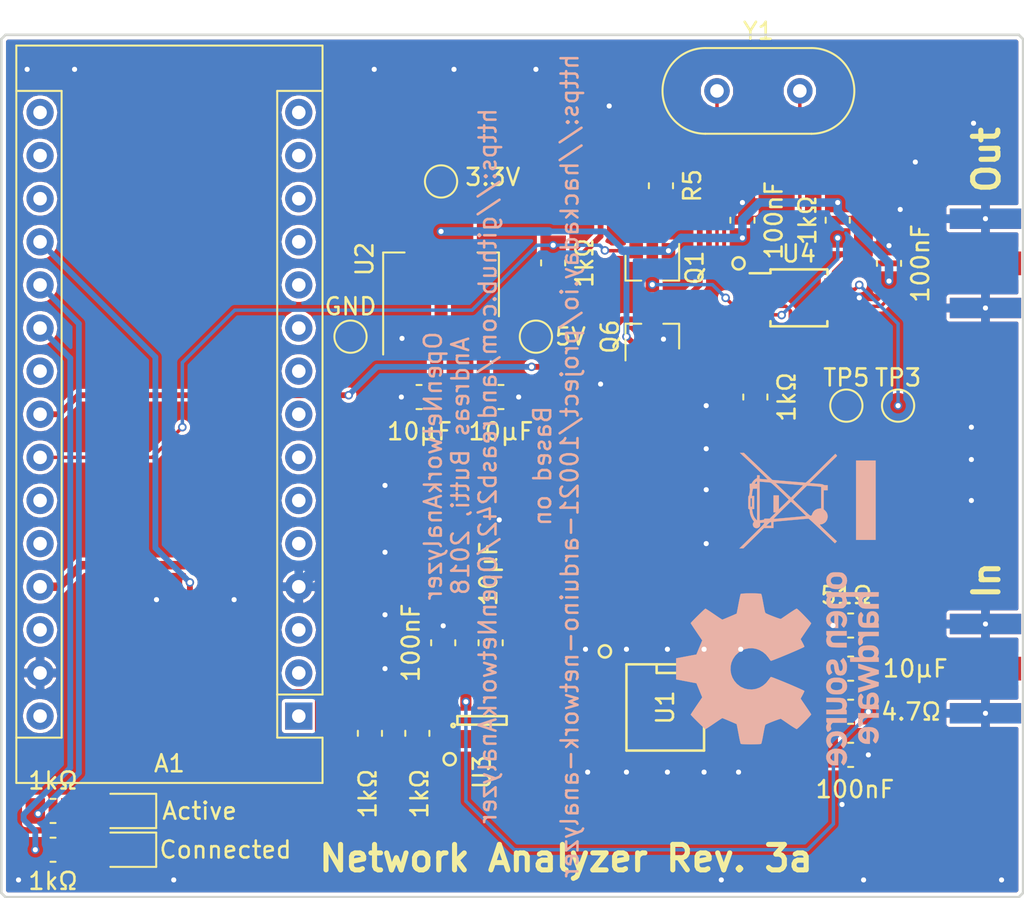
<source format=kicad_pcb>
(kicad_pcb (version 20171130) (host pcbnew 6.0.0-rc1-unknown-0cca1c6~65~ubuntu16.04.1)
  (title_block (title "Arduino Spectrum Analyzer Shield") (date 2015-12-24) (rev 1.0))
  (layers (0 F.Cu signal) (31 B.Cu signal) (34 B.Paste user) (35 F.Paste user) (36 B.SilkS user) (37 F.SilkS user) (38 B.Mask user) (39 F.Mask user) (44 Edge.Cuts user))
  (net 0 "")
  (net 1 GND)
  (net 2 "Net-(C2-Pad2)")
  (net 3 /Input)
  (net 4 "Net-(C4-Pad2)")
  (net 5 "Net-(C5-Pad1)")
  (net 6 /A0)
  (net 7 /Vmag)
  (net 8 "Net-(R11-Pad2)")
  (net 9 +5V)
  (net 10 /3.3V_cust)
  (net 11 "Net-(TP5-Pad1)")
  (net 12 "Net-(U4-Pad2)")
  (net 13 "Net-(U4-Pad3)")
  (net 14 "Net-(Q1-Pad3)")
  (net 15 /SDA)
  (net 16 /SCL)
  (net 17 "Net-(Q6-Pad2)")
  (net 18 "Net-(J2-Pad1)")
  (net 19 "Net-(TP3-Pad1)")
  (net 20 "Net-(D1-Pad2)")
  (net 21 "Net-(D2-Pad2)")
  (net 22 /A1)
  (net 23 /A2)
  (module Module:Arduino_Nano (layer F.Cu) (at 125.222 125.984 180)
    (fp_text reference A1 (at 7.62 -2.794 180) (layer F.SilkS))
    (fp_text value Arduino_Nano_v3.x)
    (pad 1 thru_hole rect (at 0 0 180) (size 1.6 1.6) (drill 0.8) (layers *.Cu *.Mask))
    (pad 17 thru_hole oval (at 15.24 33.02 180) (size 1.6 1.6) (drill 0.8) (layers *.Cu *.Mask))
    (pad 2 thru_hole oval (at 0 2.54 180) (size 1.6 1.6) (drill 0.8) (layers *.Cu *.Mask))
    (pad 18 thru_hole oval (at 15.24 30.48 180) (size 1.6 1.6) (drill 0.8) (layers *.Cu *.Mask))
    (pad 3 thru_hole oval (at 0 5.08 180) (size 1.6 1.6) (drill 0.8) (layers *.Cu *.Mask))
    (pad 19 thru_hole oval (at 15.24 27.94 180) (size 1.6 1.6) (drill 0.8) (layers *.Cu *.Mask) (net 6 /A0))
    (pad 4 thru_hole oval (at 0 7.62 180) (size 1.6 1.6) (drill 0.8) (layers *.Cu *.Mask) (net 1 GND))
    (pad 20 thru_hole oval (at 15.24 25.4 180) (size 1.6 1.6) (drill 0.8) (layers *.Cu *.Mask) (net 22 /A1))
    (pad 5 thru_hole oval (at 0 10.16 180) (size 1.6 1.6) (drill 0.8) (layers *.Cu *.Mask))
    (pad 21 thru_hole oval (at 15.24 22.86 180) (size 1.6 1.6) (drill 0.8) (layers *.Cu *.Mask) (net 23 /A2))
    (pad 6 thru_hole oval (at 0 12.7 180) (size 1.6 1.6) (drill 0.8) (layers *.Cu *.Mask))
    (pad 22 thru_hole oval (at 15.24 20.32 180) (size 1.6 1.6) (drill 0.8) (layers *.Cu *.Mask))
    (pad 7 thru_hole oval (at 0 15.24 180) (size 1.6 1.6) (drill 0.8) (layers *.Cu *.Mask))
    (pad 23 thru_hole oval (at 15.24 17.78 180) (size 1.6 1.6) (drill 0.8) (layers *.Cu *.Mask) (net 15 /SDA))
    (pad 8 thru_hole oval (at 0 17.78 180) (size 1.6 1.6) (drill 0.8) (layers *.Cu *.Mask))
    (pad 24 thru_hole oval (at 15.24 15.24 180) (size 1.6 1.6) (drill 0.8) (layers *.Cu *.Mask) (net 16 /SCL))
    (pad 9 thru_hole oval (at 0 20.32 180) (size 1.6 1.6) (drill 0.8) (layers *.Cu *.Mask))
    (pad 25 thru_hole oval (at 15.24 12.7 180) (size 1.6 1.6) (drill 0.8) (layers *.Cu *.Mask))
    (pad 10 thru_hole oval (at 0 22.86 180) (size 1.6 1.6) (drill 0.8) (layers *.Cu *.Mask))
    (pad 26 thru_hole oval (at 15.24 10.16 180) (size 1.6 1.6) (drill 0.8) (layers *.Cu *.Mask))
    (pad 11 thru_hole oval (at 0 25.4 180) (size 1.6 1.6) (drill 0.8) (layers *.Cu *.Mask))
    (pad 27 thru_hole oval (at 15.24 7.62 180) (size 1.6 1.6) (drill 0.8) (layers *.Cu *.Mask) (net 9 +5V))
    (pad 12 thru_hole oval (at 0 27.94 180) (size 1.6 1.6) (drill 0.8) (layers *.Cu *.Mask))
    (pad 28 thru_hole oval (at 15.24 5.08 180) (size 1.6 1.6) (drill 0.8) (layers *.Cu *.Mask))
    (pad 13 thru_hole oval (at 0 30.48 180) (size 1.6 1.6) (drill 0.8) (layers *.Cu *.Mask))
    (pad 29 thru_hole oval (at 15.24 2.54 180) (size 1.6 1.6) (drill 0.8) (layers *.Cu *.Mask) (net 1 GND))
    (pad 14 thru_hole oval (at 0 33.02 180) (size 1.6 1.6) (drill 0.8) (layers *.Cu *.Mask))
    (pad 30 thru_hole oval (at 15.24 0 180) (size 1.6 1.6) (drill 0.8) (layers *.Cu *.Mask))
    (pad 15 thru_hole oval (at 0 35.56 180) (size 1.6 1.6) (drill 0.8) (layers *.Cu *.Mask))
    (pad 16 thru_hole oval (at 15.24 35.56 180) (size 1.6 1.6) (drill 0.8) (layers *.Cu *.Mask))
  )
  (module footprints:SMA_Edgemount (layer F.Cu) (at 163.576 123.19)
    (fp_text reference J1 hide)
    (fp_text value SMA hide)
    (pad 1 connect rect (at 2.1 0) (size 4.2 1.4) (layers F.Cu F.Mask) (net 3 /Input))
    (pad 2 connect rect (at 2.1 2.63) (size 4.2 1.2) (layers F.Cu F.Mask) (net 1 GND))
    (pad 3 connect rect (at 2.1 -2.63) (size 4.2 1.2) (layers F.Cu F.Mask) (net 1 GND))
    (pad 4 connect rect (at 2.1 -2.63) (size 4.2 1.2) (layers B.Cu B.Mask) (net 1 GND))
    (pad 5 connect rect (at 2.1 2.63) (size 4.2 1.2) (layers B.Cu B.Mask) (net 1 GND))
  )
  (module footprints:SMA_Edgemount (layer F.Cu) (at 163.576 99.314)
    (fp_text reference J2 hide)
    (fp_text value SMA hide)
    (pad 1 connect rect (at 2.1 0) (size 4.2 1.4) (layers F.Cu F.Mask) (net 18 "Net-(J2-Pad1)"))
    (pad 2 connect rect (at 2.1 2.63) (size 4.2 1.2) (layers F.Cu F.Mask) (net 1 GND))
    (pad 3 connect rect (at 2.1 -2.63) (size 4.2 1.2) (layers F.Cu F.Mask) (net 1 GND))
    (pad 4 connect rect (at 2.1 -2.63) (size 4.2 1.2) (layers B.Cu B.Mask) (net 1 GND))
    (pad 5 connect rect (at 2.1 2.63) (size 4.2 1.2) (layers B.Cu B.Mask) (net 1 GND))
  )
  (module SMD_Packages:SOIC-8-N (layer F.Cu) (at 146.812 125.476 270)
    (fp_text reference U1 (at 0 0 270) (layer F.SilkS))
    (fp_text value AD8307 hide)
    (pad 8 smd rect (at -1.905 -3.175 270) (size 0.508 1.143) (layers F.Cu F.Paste F.Mask) (net 4 "Net-(C4-Pad2)"))
    (pad 7 smd rect (at -0.635 -3.175 270) (size 0.508 1.143) (layers F.Cu F.Paste F.Mask) (net 5 "Net-(C5-Pad1)"))
    (pad 6 smd rect (at 0.635 -3.175 270) (size 0.508 1.143) (layers F.Cu F.Paste F.Mask) (net 5 "Net-(C5-Pad1)"))
    (pad 5 smd rect (at 1.905 -3.175 270) (size 0.508 1.143) (layers F.Cu F.Paste F.Mask))
    (pad 4 smd rect (at 1.905 3.175 270) (size 0.508 1.143) (layers F.Cu F.Paste F.Mask) (net 7 /Vmag))
    (pad 3 smd rect (at 0.635 3.175 270) (size 0.508 1.143) (layers F.Cu F.Paste F.Mask))
    (pad 2 smd rect (at -0.635 3.175 270) (size 0.508 1.143) (layers F.Cu F.Paste F.Mask) (net 1 GND))
    (pad 1 smd rect (at -1.905 3.175 270) (size 0.508 1.143) (layers F.Cu F.Paste F.Mask) (net 2 "Net-(C2-Pad2)"))
  )
  (module Housings_SOT-23_SOT-143_TSOT-6:SOT-23-5 (layer F.Cu) (at 136.017 126.238 90)
    (fp_text reference U3 (at -3.048 0 90) (layer F.SilkS))
    (fp_text value LM7301 hide)
    (pad 1 smd rect (at -1.1 -0.95 90) (size 1.06 0.65) (layers F.Cu F.Paste F.Mask) (net 6 /A0))
    (pad 2 smd rect (at -1.1 0 90) (size 1.06 0.65) (layers F.Cu F.Paste F.Mask) (net 1 GND))
    (pad 3 smd rect (at -1.1 0.95 90) (size 1.06 0.65) (layers F.Cu F.Paste F.Mask) (net 7 /Vmag))
    (pad 4 smd rect (at 1.1 0.95 90) (size 1.06 0.65) (layers F.Cu F.Paste F.Mask) (net 8 "Net-(R11-Pad2)"))
    (pad 5 smd rect (at 1.1 -0.95 90) (size 1.06 0.65) (layers F.Cu F.Paste F.Mask) (net 9 +5V))
  )
  (module Capacitor_SMD:C_0805_2012Metric_Pad1.15x1.50mm_HandSolder (layer F.Cu) (at 136.525 121.666 270)
    (fp_text reference C2 hide)
    (fp_text value 10µF (at -4.064 0.127 270) (layer F.SilkS))
    (pad 1 smd rect (at -1.0425 0 270) (size 1.145 1.5) (layers F.Cu F.Paste F.Mask) (net 1 GND))
    (pad 2 smd rect (at 1.0425 0 270) (size 1.145 1.5) (layers F.Cu F.Paste F.Mask) (net 2 "Net-(C2-Pad2)"))
  )
  (module Capacitor_SMD:C_0805_2012Metric_Pad1.15x1.50mm_HandSolder (layer F.Cu) (at 157.734 123.19 180)
    (fp_text reference C4 hide)
    (fp_text value 10µF (at -3.81 0 180) (layer F.SilkS))
    (pad 2 smd rect (at 1.0425 0 180) (size 1.145 1.5) (layers F.Cu F.Paste F.Mask) (net 4 "Net-(C4-Pad2)"))
    (pad 1 smd rect (at -1.0425 0 180) (size 1.145 1.5) (layers F.Cu F.Paste F.Mask) (net 3 /Input))
  )
  (module Capacitor_SMD:C_0805_2012Metric_Pad1.15x1.50mm_HandSolder (layer F.Cu) (at 157.734 128.27)
    (fp_text reference C5 hide)
    (fp_text value 100nF (at 0.254 2.032) (layer F.SilkS))
    (pad 1 smd rect (at -1.0425 0) (size 1.145 1.5) (layers F.Cu F.Paste F.Mask) (net 5 "Net-(C5-Pad1)"))
    (pad 2 smd rect (at 1.0425 0) (size 1.145 1.5) (layers F.Cu F.Paste F.Mask) (net 1 GND))
  )
  (module Resistor_SMD:R_0805_2012Metric_Pad1.15x1.50mm_HandSolder (layer F.Cu) (at 157.734 120.65)
    (fp_text reference R2 hide)
    (fp_text value 51Ω (at -0.254 -1.778) (layer F.SilkS))
    (pad 1 smd rect (at -1.0425 0) (size 1.145 1.5) (layers F.Cu F.Paste F.Mask) (net 1 GND))
    (pad 2 smd rect (at 1.0425 0) (size 1.145 1.5) (layers F.Cu F.Paste F.Mask) (net 3 /Input))
  )
  (module Resistor_SMD:R_0805_2012Metric_Pad1.15x1.50mm_HandSolder (layer F.Cu) (at 157.734 125.73)
    (fp_text reference R3 hide)
    (fp_text value 4.7Ω (at 3.556 0) (layer F.SilkS))
    (pad 2 smd rect (at 1.0425 0) (size 1.145 1.5) (layers F.Cu F.Paste F.Mask) (net 9 +5V))
    (pad 1 smd rect (at -1.0425 0) (size 1.145 1.5) (layers F.Cu F.Paste F.Mask) (net 5 "Net-(C5-Pad1)"))
  )
  (module Resistor_SMD:R_0805_2012Metric_Pad1.15x1.50mm_HandSolder (layer F.Cu) (at 129.413 127 90)
    (fp_text reference R11 hide)
    (fp_text value 1kΩ (at -3.556 -0.127 90) (layer F.SilkS))
    (pad 2 smd rect (at 1.0425 0 90) (size 1.145 1.5) (layers F.Cu F.Paste F.Mask) (net 8 "Net-(R11-Pad2)"))
    (pad 1 smd rect (at -1.0425 0 90) (size 1.145 1.5) (layers F.Cu F.Paste F.Mask) (net 1 GND))
  )
  (module Resistor_SMD:R_0805_2012Metric_Pad1.15x1.50mm_HandSolder (layer F.Cu) (at 132.207 127 270)
    (fp_text reference R12 hide)
    (fp_text value 1kΩ (at 3.556 -0.127 270) (layer F.SilkS))
    (pad 1 smd rect (at -1.0425 0 270) (size 1.145 1.5) (layers F.Cu F.Paste F.Mask) (net 8 "Net-(R11-Pad2)"))
    (pad 2 smd rect (at 1.0425 0 270) (size 1.145 1.5) (layers F.Cu F.Paste F.Mask) (net 6 /A0))
  )
  (module Capacitor_SMD:C_0805_2012Metric_Pad1.15x1.50mm_HandSolder (layer F.Cu) (at 133.731 121.666 90)
    (fp_text reference C15 hide)
    (fp_text value 100nF (at 0 -1.905 90) (layer F.SilkS))
    (pad 1 smd rect (at -1.0425 0 90) (size 1.145 1.5) (layers F.Cu F.Paste F.Mask) (net 9 +5V))
    (pad 2 smd rect (at 1.0425 0 90) (size 1.145 1.5) (layers F.Cu F.Paste F.Mask) (net 1 GND))
  )
  (module Capacitor_SMD:C_0805_2012Metric_Pad1.15x1.50mm_HandSolder (layer F.Cu) (at 159.9935 99.314 90)
    (fp_text reference C6 hide)
    (fp_text value 100nF (at 0 1.85 90) (layer F.SilkS))
    (pad 1 smd rect (at -1.0425 0 90) (size 1.145 1.5) (layers F.Cu F.Paste F.Mask) (net 10 /3.3V_cust))
    (pad 2 smd rect (at 1.0425 0 90) (size 1.145 1.5) (layers F.Cu F.Paste F.Mask) (net 1 GND))
  )
  (module Capacitor_SMD:C_0805_2012Metric_Pad1.15x1.50mm_HandSolder (layer F.Cu) (at 151.3575 96.774 90)
    (fp_text reference C7 hide)
    (fp_text value 100nF (at 0 1.85 90) (layer F.SilkS))
    (pad 2 smd rect (at 1.0425 0 90) (size 1.145 1.5) (layers F.Cu F.Paste F.Mask) (net 1 GND))
    (pad 1 smd rect (at -1.0425 0 90) (size 1.145 1.5) (layers F.Cu F.Paste F.Mask) (net 10 /3.3V_cust))
  )
  (module Capacitor_SMD:C_0805_2012Metric_Pad1.15x1.50mm_HandSolder (layer F.Cu) (at 137.1335 107.188)
    (fp_text reference C1 hide)
    (fp_text value 10µF (at 0 2.032) (layer F.SilkS))
    (pad 2 smd rect (at 1.0425 0) (size 1.145 1.5) (layers F.Cu F.Paste F.Mask) (net 1 GND))
    (pad 1 smd rect (at -1.0425 0) (size 1.145 1.5) (layers F.Cu F.Paste F.Mask) (net 9 +5V))
  )
  (module Capacitor_SMD:C_0805_2012Metric_Pad1.15x1.50mm_HandSolder (layer F.Cu) (at 132.3075 107.188 180)
    (fp_text reference C3 hide)
    (fp_text value 10µF (at -0.0265 -2.032 180) (layer F.SilkS))
    (pad 2 smd rect (at 1.0425 0 180) (size 1.145 1.5) (layers F.Cu F.Paste F.Mask) (net 1 GND))
    (pad 1 smd rect (at -1.0425 0 180) (size 1.145 1.5) (layers F.Cu F.Paste F.Mask) (net 10 /3.3V_cust))
  )
  (module Package_TO_SOT_SMD:SOT-223-3_TabPin2 (layer F.Cu) (at 133.604 100.584 90)
    (fp_text reference U2 (at 1.524 -4.5 90) (layer F.SilkS))
    (fp_text value LM1117-3.3)
    (pad 2 smd rect (at 3.15 0 90) (size 2 3.8) (layers F.Cu F.Paste F.Mask) (net 10 /3.3V_cust))
    (pad 2 smd rect (at -3.15 0 90) (size 2 1.5) (layers F.Cu F.Paste F.Mask) (net 10 /3.3V_cust))
    (pad 3 smd rect (at -3.15 2.3 90) (size 2 1.5) (layers F.Cu F.Paste F.Mask) (net 9 +5V))
    (pad 1 smd rect (at -3.15 -2.3 90) (size 2 1.5) (layers F.Cu F.Paste F.Mask) (net 1 GND))
  )
  (module Crystal:Crystal_HC49-U_Vertical (layer F.Cu) (at 149.86 89.154)
    (fp_text reference Y1 (at 2.44 -3.525) (layer F.SilkS))
    (fp_text value 25MHz)
    (pad 1 thru_hole circle (at 0 0) (size 1.5 1.5) (drill 0.8) (layers *.Cu *.Mask) (net 12 "Net-(U4-Pad2)"))
    (pad 2 thru_hole circle (at 4.88 0) (size 1.5 1.5) (drill 0.8) (layers *.Cu *.Mask) (net 13 "Net-(U4-Pad3)"))
  )
  (module TestPoint:TestPoint_Pad_D1.5mm (layer F.Cu) (at 139.192 103.632)
    (fp_text reference TP1 hide)
    (fp_text value Test_Point)
    (pad 1 smd circle (at 0 0) (size 1.5 1.5) (layers F.Cu F.Mask) (net 9 +5V))
  )
  (module TestPoint:TestPoint_Pad_D1.5mm (layer F.Cu) (at 133.604 94.488)
    (fp_text reference TP2 hide)
    (fp_text value Test_Point)
    (pad 1 smd circle (at 0 0) (size 1.5 1.5) (layers F.Cu F.Mask) (net 10 /3.3V_cust))
  )
  (module TestPoint:TestPoint_Pad_D1.5mm (layer F.Cu) (at 160.528 107.696)
    (fp_text reference TP3 (at 0 -1.648) (layer F.SilkS))
    (fp_text value Test_Point)
    (pad 1 smd circle (at 0 0) (size 1.5 1.5) (layers F.Cu F.Mask) (net 19 "Net-(TP3-Pad1)"))
  )
  (module TestPoint:TestPoint_Pad_D1.5mm (layer F.Cu) (at 128.27 103.632)
    (fp_text reference TP4 hide)
    (fp_text value Test_Point)
    (pad 1 smd circle (at 0 0) (size 1.5 1.5) (layers F.Cu F.Mask) (net 1 GND))
  )
  (module TestPoint:TestPoint_Pad_D1.5mm (layer F.Cu) (at 157.48 107.696)
    (fp_text reference TP5 (at 0 -1.648) (layer F.SilkS))
    (fp_text value Test_Point)
    (pad 1 smd circle (at 0 0) (size 1.5 1.5) (layers F.Cu F.Mask) (net 11 "Net-(TP5-Pad1)"))
  )
  (module Package_TO_SOT_SMD:SOT-23 (layer F.Cu) (at 146.05 99.568 270)
    (fp_text reference Q1 (at 0 -2.5 270) (layer F.SilkS))
    (fp_text value Q_NMOS_GSD)
    (pad 1 smd rect (at -1 -0.95 270) (size 0.9 0.8) (layers F.Cu F.Paste F.Mask) (net 10 /3.3V_cust))
    (pad 2 smd rect (at -1 0.95 270) (size 0.9 0.8) (layers F.Cu F.Paste F.Mask) (net 16 /SCL))
    (pad 3 smd rect (at 1 0 270) (size 0.9 0.8) (layers F.Cu F.Paste F.Mask) (net 14 "Net-(Q1-Pad3)"))
  )
  (module Package_TO_SOT_SMD:SOT-23 (layer F.Cu) (at 146.05 103.632 90)
    (fp_text reference Q6 (at 0 -2.5 90) (layer F.SilkS))
    (fp_text value Q_NMOS_GSD)
    (pad 3 smd rect (at 1 0 90) (size 0.9 0.8) (layers F.Cu F.Paste F.Mask) (net 15 /SDA))
    (pad 2 smd rect (at -1 0.95 90) (size 0.9 0.8) (layers F.Cu F.Paste F.Mask) (net 17 "Net-(Q6-Pad2)"))
    (pad 1 smd rect (at -1 -0.95 90) (size 0.9 0.8) (layers F.Cu F.Paste F.Mask) (net 10 /3.3V_cust))
  )
  (module Resistor_SMD:R_0805_2012Metric_Pad1.15x1.50mm_HandSolder (layer F.Cu) (at 140.208 99.2875 90)
    (fp_text reference R1 hide)
    (fp_text value 1kΩ (at 0 1.85 90) (layer F.SilkS))
    (pad 1 smd rect (at -1.0425 0 90) (size 1.145 1.5) (layers F.Cu F.Paste F.Mask) (net 9 +5V))
    (pad 2 smd rect (at 1.0425 0 90) (size 1.145 1.5) (layers F.Cu F.Paste F.Mask) (net 16 /SCL))
  )
  (module Resistor_SMD:R_0805_2012Metric_Pad1.15x1.50mm_HandSolder (layer F.Cu) (at 152.1195 107.188 90)
    (fp_text reference R4 hide)
    (fp_text value 1kΩ (at 0 1.85 90) (layer F.SilkS))
    (pad 2 smd rect (at 1.0425 0 90) (size 1.145 1.5) (layers F.Cu F.Paste F.Mask) (net 14 "Net-(Q1-Pad3)"))
    (pad 1 smd rect (at -1.0425 0 90) (size 1.145 1.5) (layers F.Cu F.Paste F.Mask) (net 10 /3.3V_cust))
  )
  (module Resistor_SMD:R_0805_2012Metric_Pad1.15x1.50mm_HandSolder (layer F.Cu) (at 146.558 94.742 270)
    (fp_text reference R5 (at 0 -1.85 270) (layer F.SilkS))
    (fp_text value 1kΩ)
    (pad 2 smd rect (at 1.0425 0 270) (size 1.145 1.5) (layers F.Cu F.Paste F.Mask) (net 15 /SDA))
    (pad 1 smd rect (at -1.0425 0 270) (size 1.145 1.5) (layers F.Cu F.Paste F.Mask) (net 9 +5V))
  )
  (module Resistor_SMD:R_0805_2012Metric_Pad1.15x1.50mm_HandSolder (layer F.Cu) (at 156.972 96.774 270)
    (fp_text reference R6 hide)
    (fp_text value 1kΩ (at 0 1.778 270) (layer F.SilkS))
    (pad 1 smd rect (at -1.0425 0 270) (size 1.145 1.5) (layers F.Cu F.Paste F.Mask) (net 10 /3.3V_cust))
    (pad 2 smd rect (at 1.0425 0 270) (size 1.145 1.5) (layers F.Cu F.Paste F.Mask) (net 17 "Net-(Q6-Pad2)"))
  )
  (module Package_SO:MSOP-10_3x3mm_P0.5mm (layer F.Cu) (at 154.686 101.346)
    (fp_text reference U4 (at 0 -2.6) (layer F.SilkS))
    (fp_text value SI5351)
    (pad 1 smd rect (at -2.2 -1) (size 1.4 0.3) (layers F.Cu F.Paste F.Mask) (net 10 /3.3V_cust))
    (pad 2 smd rect (at -2.2 -0.5) (size 1.4 0.3) (layers F.Cu F.Paste F.Mask) (net 12 "Net-(U4-Pad2)"))
    (pad 3 smd rect (at -2.2 0) (size 1.4 0.3) (layers F.Cu F.Paste F.Mask) (net 13 "Net-(U4-Pad3)"))
    (pad 4 smd rect (at -2.2 0.5) (size 1.4 0.3) (layers F.Cu F.Paste F.Mask) (net 14 "Net-(Q1-Pad3)"))
    (pad 5 smd rect (at -2.2 1) (size 1.4 0.3) (layers F.Cu F.Paste F.Mask) (net 17 "Net-(Q6-Pad2)"))
    (pad 6 smd rect (at 2.2 1) (size 1.4 0.3) (layers F.Cu F.Paste F.Mask) (net 11 "Net-(TP5-Pad1)"))
    (pad 7 smd rect (at 2.2 0.5) (size 1.4 0.3) (layers F.Cu F.Paste F.Mask) (net 10 /3.3V_cust))
    (pad 8 smd rect (at 2.2 0) (size 1.4 0.3) (layers F.Cu F.Paste F.Mask) (net 1 GND))
    (pad 9 smd rect (at 2.2 -0.5) (size 1.4 0.3) (layers F.Cu F.Paste F.Mask) (net 19 "Net-(TP3-Pad1)"))
    (pad 10 smd rect (at 2.2 -1) (size 1.4 0.3) (layers F.Cu F.Paste F.Mask) (net 18 "Net-(J2-Pad1)"))
  )
  (module LED_SMD:LED_0805_2012Metric_Pad0.97x1.50mm_HandSolder (layer F.Cu) (at 115.123 133.858 180)
    (fp_text reference D1 hide)
    (fp_text value LED)
    (pad 2 smd rect (at 0.955 0 180) (size 0.97 1.5) (layers F.Cu F.Paste F.Mask) (net 20 "Net-(D1-Pad2)"))
    (pad 1 smd rect (at -0.955 0 180) (size 0.97 1.5) (layers F.Cu F.Paste F.Mask) (net 1 GND))
  )
  (module LED_SMD:LED_0805_2012Metric_Pad0.97x1.50mm_HandSolder (layer F.Cu) (at 115.123 131.572 180)
    (fp_text reference D2 hide)
    (fp_text value LED hide)
    (pad 1 smd rect (at -0.955 0 180) (size 0.97 1.5) (layers F.Cu F.Paste F.Mask) (net 1 GND))
    (pad 2 smd rect (at 0.955 0 180) (size 0.97 1.5) (layers F.Cu F.Paste F.Mask) (net 21 "Net-(D2-Pad2)"))
  )
  (module Resistor_SMD:R_0805_2012Metric_Pad1.15x1.50mm_HandSolder (layer F.Cu) (at 110.744 133.858)
    (fp_text reference R7 hide)
    (fp_text value 1kΩ (at 0 1.85) (layer F.SilkS))
    (pad 2 smd rect (at 1.0425 0) (size 1.145 1.5) (layers F.Cu F.Paste F.Mask) (net 20 "Net-(D1-Pad2)"))
    (pad 1 smd rect (at -1.0425 0) (size 1.145 1.5) (layers F.Cu F.Paste F.Mask) (net 23 /A2))
  )
  (module Resistor_SMD:R_0805_2012Metric_Pad1.15x1.50mm_HandSolder (layer F.Cu) (at 110.744 131.572)
    (fp_text reference R8 hide)
    (fp_text value 1kΩ (at 0 -1.778) (layer F.SilkS))
    (pad 1 smd rect (at -1.0425 0) (size 1.145 1.5) (layers F.Cu F.Paste F.Mask) (net 22 /A1))
    (pad 2 smd rect (at 1.0425 0) (size 1.145 1.5) (layers F.Cu F.Paste F.Mask) (net 21 "Net-(D2-Pad2)"))
  )
  (module Symbol:WEEE-Logo_5.6x8mm_SilkScreen (layer B.Cu) (at 155.194 113.284 270)
    (fp_text reference REF** hide)
    (fp_text value WEEE-Logo_5.6x8mm_SilkScreen hide)
  )
  (module Symbol:OSHW-Logo_11.4x12mm_SilkScreen (layer B.Cu) (at 153.416 123.19 270)
    (fp_text reference REF** hide)
    (fp_text value OSHW-Logo_11.4x12mm_SilkScreen hide)
  )
  (gr_text "OpenNetworkAnalyzer\nAndreas Butti, 2018\nhttps://github.com/andreasb242/OpenNetworkAnalyzer\n\nBased on\nhttps://hackaday.io/project/10021-arduino-network-analyzer\n" (at 137.16 111.252 90) (layer B.SilkS) (effects (font (size 1 1)) (justify mirror)))
  (gr_circle (center 151.13 99.314) (end 151.384 99.568) (layer F.SilkS) (width 0.15))
  (gr_text 3.3V (at 136.652 94.234) (layer F.SilkS) (effects (font (size 1 1))))
  (gr_text 5V (at 141.224 103.632) (layer F.SilkS) (effects (font (size 1 1))))
  (gr_text GND (at 128.27 101.854) (layer F.SilkS) (effects (font (size 1 1))))
  (gr_text "Network Analyzer Rev. 3a" (at 140.97 134.366) (layer F.SilkS) (effects (font (size 1.5 1.5) (thickness 0.3))))
  (gr_text Active (at 119.38 131.572) (layer F.SilkS) (effects (font (size 1 1))))
  (gr_text Connected (at 120.904 133.858) (layer F.SilkS) (effects (font (size 1 1))))
  (gr_circle (center 134.112 128.524) (end 134.366 128.778) (layer F.SilkS) (width 0.15))
  (gr_circle (center 143.256 122.174) (end 143.51 122.428) (layer F.SilkS) (width 0.15))
  (gr_line (start 107.95 136.652) (end 167.64 136.652) (angle 90) (layer Edge.Cuts) (width 0.15))
  (gr_line (start 107.696 136.398) (end 107.95 136.652) (angle 90) (layer Edge.Cuts) (width 0.15))
  (gr_line (start 167.64 136.652) (end 167.894 136.398) (angle 90) (layer Edge.Cuts) (width 0.15))
  (gr_line (start 167.64 85.852) (end 167.894 86.106) (angle 90) (layer Edge.Cuts) (width 0.15))
  (gr_line (start 107.95 85.852) (end 107.696 86.106) (angle 90) (layer Edge.Cuts) (width 0.15))
  (gr_line (start 167.64 85.852) (end 107.95 85.852) (angle 90) (layer Edge.Cuts) (width 0.15))
  (gr_text In (at 165.735 117.983 90) (layer F.SilkS) (effects (font (size 1.5 1.5) (thickness 0.3))))
  (gr_text Out (at 165.735 93.218 90.4) (layer F.SilkS) (effects (font (size 1.5 1.5) (thickness 0.3))))
  (gr_line (start 107.696 136.398) (end 107.696 86.106) (angle 90) (layer Edge.Cuts) (width 0.15))
  (gr_line (start 167.894 86.106) (end 167.894 136.398) (angle 90) (layer Edge.Cuts) (width 0.15))
  (via (at 164.846 108.966) (size 0.5) (drill 0.3) (layers F.Cu B.Cu) (net 1))
  (via (at 164.846 113.284) (size 0.5) (drill 0.3) (layers F.Cu B.Cu) (net 1))
  (segment (start 164.846 113.284) (end 164.846 110.871) (width 0.342) (layer F.Cu) (net 1))
  (via (at 164.846 110.871) (size 0.5) (drill 0.3) (layers F.Cu B.Cu) (net 1))
  (segment (start 164.846 110.871) (end 164.846 108.966) (width 0.342) (layer B.Cu) (net 1))
  (via (at 157.226 131.191) (size 0.5) (drill 0.3) (layers F.Cu B.Cu) (net 1))
  (via (at 149.225 107.696) (size 0.5) (drill 0.3) (layers F.Cu B.Cu) (net 1))
  (via (at 149.225 115.824) (size 0.5) (drill 0.3) (layers F.Cu B.Cu) (net 1))
  (segment (start 149.225 115.824) (end 149.225 112.649) (width 0.342) (layer F.Cu) (net 1))
  (via (at 149.225 112.649) (size 0.5) (drill 0.3) (layers F.Cu B.Cu) (net 1))
  (segment (start 149.225 110.236) (end 149.225 112.649) (width 0.342) (layer B.Cu) (net 1))
  (via (at 149.225 110.236) (size 0.5) (drill 0.3) (layers F.Cu B.Cu) (net 1))
  (segment (start 149.225 110.236) (end 149.225 107.696) (width 0.342) (layer F.Cu) (net 1))
  (via (at 130.302 123.19) (size 0.5) (drill 0.3) (layers F.Cu B.Cu) (net 1))
  (via (at 137.033 114.427) (size 0.5) (drill 0.3) (layers F.Cu B.Cu) (net 1))
  (segment (start 130.302 112.395) (end 132.334 114.427) (width 0.342) (layer B.Cu) (net 1))
  (via (at 130.302 112.395) (size 0.5) (drill 0.3) (layers F.Cu B.Cu) (net 1))
  (segment (start 130.302 116.332) (end 130.302 112.395) (width 0.342) (layer F.Cu) (net 1))
  (via (at 130.302 116.332) (size 0.5) (drill 0.3) (layers F.Cu B.Cu) (net 1))
  (segment (start 130.302 120.015) (end 130.302 116.332) (width 0.342) (layer B.Cu) (net 1))
  (via (at 130.302 120.015) (size 0.5) (drill 0.3) (layers F.Cu B.Cu) (net 1))
  (segment (start 130.302 120.015) (end 130.302 123.19) (width 0.342) (layer F.Cu) (net 1))
  (via (at 142.24 129.286) (size 0.5) (drill 0.3) (layers F.Cu B.Cu) (net 1))
  (via (at 151.13 129.286) (size 0.5) (drill 0.3) (layers F.Cu B.Cu) (net 1))
  (segment (start 151.13 129.286) (end 149.098 129.286) (width 0.342) (layer F.Cu) (net 1))
  (via (at 149.098 129.286) (size 0.5) (drill 0.3) (layers F.Cu B.Cu) (net 1))
  (segment (start 146.939 129.286) (end 149.098 129.286) (width 0.342) (layer B.Cu) (net 1))
  (via (at 146.939 129.286) (size 0.5) (drill 0.3) (layers F.Cu B.Cu) (net 1))
  (segment (start 144.526 129.286) (end 146.939 129.286) (width 0.342) (layer F.Cu) (net 1))
  (via (at 144.526 129.286) (size 0.5) (drill 0.3) (layers F.Cu B.Cu) (net 1))
  (segment (start 144.526 129.286) (end 142.24 129.286) (width 0.342) (layer B.Cu) (net 1))
  (via (at 142.113 122.047) (size 0.5) (drill 0.3) (layers F.Cu B.Cu) (net 1))
  (via (at 151.257 122.047) (size 0.5) (drill 0.3) (layers F.Cu B.Cu) (net 1))
  (segment (start 151.257 122.047) (end 149.098 122.047) (width 0.342) (layer F.Cu) (net 1))
  (via (at 149.098 122.047) (size 0.5) (drill 0.3) (layers F.Cu B.Cu) (net 1))
  (segment (start 146.939 122.047) (end 149.098 122.047) (width 0.342) (layer B.Cu) (net 1))
  (via (at 146.939 122.047) (size 0.5) (drill 0.3) (layers F.Cu B.Cu) (net 1))
  (segment (start 144.526 122.047) (end 146.939 122.047) (width 0.342) (layer F.Cu) (net 1))
  (via (at 144.526 122.047) (size 0.5) (drill 0.3) (layers F.Cu B.Cu) (net 1))
  (segment (start 144.526 122.047) (end 142.113 122.047) (width 0.342) (layer B.Cu) (net 1))
  (segment (start 133.731 120.666) (end 136.525 120.666) (width 0.342) (layer F.Cu) (net 1))
  (via (at 133.731 120.666) (size 0.5) (drill 0.3) (layers F.Cu B.Cu) (net 1))
  (segment (start 130.953 120.666) (end 130.302 120.015) (width 0.342) (layer B.Cu) (net 1))
  (segment (start 133.731 120.666) (end 130.953 120.666) (width 0.342) (layer B.Cu) (net 1))
  (segment (start 158.7765 129.6405) (end 157.226 131.191) (width 0.342) (layer F.Cu) (net 1))
  (segment (start 158.7765 128.27) (end 158.7765 129.6405) (width 0.342) (layer F.Cu) (net 1))
  (via (at 158.7765 128.27) (size 0.5) (drill 0.3) (layers F.Cu B.Cu) (net 1))
  (segment (start 158.7765 128.0925) (end 158.7765 128.27) (width 0.342) (layer F.Cu) (net 1))
  (segment (start 161.049 125.82) (end 158.7765 128.0925) (width 0.342) (layer F.Cu) (net 1))
  (segment (start 165.676 125.82) (end 161.049 125.82) (width 0.342) (layer F.Cu) (net 1))
  (via (at 165.676 120.56) (size 0.5) (drill 0.3) (layers F.Cu B.Cu) (net 1))
  (via (at 165.676 125.82) (size 0.5) (drill 0.3) (layers F.Cu B.Cu) (net 1))
  (segment (start 165.676 124.878) (end 165.676 120.56) (width 0.342) (layer B.Cu) (net 1))
  (segment (start 165.676 125.82) (end 165.676 124.878) (width 0.342) (layer B.Cu) (net 1))
  (via (at 156.6915 120.65) (size 0.5) (drill 0.3) (layers F.Cu B.Cu) (net 1))
  (segment (start 165.586 120.65) (end 165.676 120.56) (width 0.342) (layer B.Cu) (net 1))
  (segment (start 156.6915 120.65) (end 165.586 120.65) (width 0.342) (layer B.Cu) (net 1))
  (via (at 164.973 91.059) (size 0.5) (drill 0.3) (layers F.Cu B.Cu) (net 1))
  (via (at 160.655 96.139) (size 0.5) (drill 0.3) (layers F.Cu B.Cu) (net 1))
  (segment (start 160.655 96.139) (end 160.655 94.234) (width 0.342) (layer B.Cu) (net 1))
  (segment (start 161.544 93.345) (end 160.655 94.234) (width 0.342) (layer B.Cu) (net 1))
  (via (at 161.544 93.345) (size 0.5) (drill 0.3) (layers F.Cu B.Cu) (net 1))
  (segment (start 162.687 93.345) (end 161.544 93.345) (width 0.342) (layer F.Cu) (net 1))
  (segment (start 162.687 93.345) (end 164.973 91.059) (width 0.342) (layer F.Cu) (net 1))
  (via (at 129.667 87.884) (size 0.5) (drill 0.3) (layers F.Cu B.Cu) (net 1))
  (via (at 143.51 90.043) (size 0.5) (drill 0.3) (layers F.Cu B.Cu) (net 1))
  (segment (start 143.51 90.043) (end 143.51 89.154) (width 0.342) (layer B.Cu) (net 1))
  (segment (start 142.24 87.884) (end 143.51 89.154) (width 0.342) (layer B.Cu) (net 1))
  (segment (start 139.192 87.884) (end 142.24 87.884) (width 0.342) (layer B.Cu) (net 1))
  (via (at 139.192 87.884) (size 0.5) (drill 0.3) (layers F.Cu B.Cu) (net 1))
  (segment (start 134.366 87.884) (end 139.192 87.884) (width 0.342) (layer F.Cu) (net 1))
  (via (at 134.366 87.884) (size 0.5) (drill 0.3) (layers F.Cu B.Cu) (net 1))
  (segment (start 134.366 87.884) (end 129.667 87.884) (width 0.342) (layer B.Cu) (net 1))
  (segment (start 131.202 103.632) (end 131.304 103.734) (width 0.762) (layer F.Cu) (net 1))
  (segment (start 128.27 103.632) (end 131.202 103.632) (width 0.762) (layer F.Cu) (net 1))
  (via (at 131.265 107.188) (size 0.5) (drill 0.3) (layers F.Cu B.Cu) (net 1))
  (segment (start 131.304 107.149) (end 131.265 107.188) (width 0.762) (layer F.Cu) (net 1))
  (segment (start 131.304 103.734) (end 131.304 107.149) (width 0.762) (layer F.Cu) (net 1))
  (via (at 131.304 103.734) (size 0.5) (drill 0.3) (layers F.Cu B.Cu) (net 1))
  (segment (start 131.265 108.7) (end 129.286 110.679) (width 0.762) (layer B.Cu) (net 1))
  (segment (start 131.265 107.188) (end 131.265 108.7) (width 0.762) (layer B.Cu) (net 1))
  (segment (start 129.286 114.3) (end 125.222 118.364) (width 0.762) (layer B.Cu) (net 1))
  (segment (start 129.286 110.679) (end 129.286 114.3) (width 0.762) (layer B.Cu) (net 1))
  (segment (start 156.791 101.346) (end 156.79501 101.34199) (width 0.342) (layer F.Cu) (net 1))
  (segment (start 165.676 101.1408) (end 165.676 96.684) (width 0.2032) (layer B.Cu) (net 1))
  (segment (start 165.676 101.944) (end 165.676 101.1408) (width 0.2032) (layer B.Cu) (net 1))
  (via (at 165.676 101.944) (size 0.5) (drill 0.3) (layers F.Cu B.Cu) (net 1))
  (via (at 165.676 96.684) (size 0.5) (drill 0.3) (layers F.Cu B.Cu) (net 1))
  (via (at 159.9935 98.2715) (size 0.5) (drill 0.3) (layers F.Cu B.Cu) (net 1))
  (segment (start 159.9935 96.8005) (end 160.655 96.139) (width 0.2032) (layer B.Cu) (net 1))
  (segment (start 161.3535 96.684) (end 159.9935 98.044) (width 0.2032) (layer B.Cu) (net 1))
  (segment (start 165.676 96.684) (end 161.3535 96.684) (width 0.2032) (layer B.Cu) (net 1))
  (segment (start 159.9935 98.044) (end 159.9935 96.8005) (width 0.2032) (layer B.Cu) (net 1))
  (segment (start 159.9935 98.2715) (end 159.9935 98.044) (width 0.2032) (layer B.Cu) (net 1))
  (via (at 151.3575 95.7315) (size 0.5) (drill 0.3) (layers F.Cu B.Cu) (net 1))
  (segment (start 151.13 129.286) (end 160.274 129.286) (width 0.2032) (layer F.Cu) (net 1))
  (via (at 166.624 135.636) (size 0.5) (drill 0.3) (layers F.Cu B.Cu) (net 1))
  (segment (start 160.274 129.286) (end 166.624 135.636) (width 0.2032) (layer F.Cu) (net 1))
  (via (at 158.496 135.636) (size 0.5) (drill 0.3) (layers F.Cu B.Cu) (net 1))
  (segment (start 166.624 135.636) (end 158.496 135.636) (width 0.2032) (layer B.Cu) (net 1))
  (via (at 150.114 135.636) (size 0.5) (drill 0.3) (layers F.Cu B.Cu) (net 1))
  (segment (start 158.496 135.636) (end 150.114 135.636) (width 0.2032) (layer F.Cu) (net 1))
  (via (at 117.856 135.636) (size 0.5) (drill 0.3) (layers F.Cu B.Cu) (net 1))
  (segment (start 150.114 135.636) (end 117.856 135.636) (width 0.2032) (layer B.Cu) (net 1))
  (via (at 108.712 135.636) (size 0.5) (drill 0.3) (layers F.Cu B.Cu) (net 1))
  (via (at 112.014 87.884) (size 0.5) (drill 0.3) (layers F.Cu B.Cu) (net 1))
  (segment (start 129.667 87.884) (end 112.014 87.884) (width 0.2032) (layer B.Cu) (net 1))
  (via (at 109.22 87.884) (size 0.5) (drill 0.3) (layers F.Cu B.Cu) (net 1))
  (segment (start 112.014 87.884) (end 109.22 87.884) (width 0.2032) (layer F.Cu) (net 1))
  (via (at 121.412 119.126) (size 0.5) (drill 0.3) (layers F.Cu B.Cu) (net 1))
  (segment (start 122.174 118.364) (end 121.412 119.126) (width 0.5) (layer F.Cu) (net 1))
  (segment (start 125.222 118.364) (end 122.174 118.364) (width 0.5) (layer F.Cu) (net 1))
  (via (at 116.84 119.126) (size 0.5) (drill 0.3) (layers F.Cu B.Cu) (net 1))
  (segment (start 112.522 123.444) (end 116.590001 119.375999) (width 0.5) (layer F.Cu) (net 1))
  (segment (start 116.590001 119.375999) (end 116.84 119.126) (width 0.5) (layer F.Cu) (net 1))
  (segment (start 115.3925 123.444) (end 111.76 123.444) (width 0.342) (layer F.Cu) (net 1))
  (segment (start 109.982 123.444) (end 111.76 123.444) (width 0.5) (layer F.Cu) (net 1))
  (segment (start 111.76 123.444) (end 112.522 123.444) (width 0.5) (layer F.Cu) (net 1))
  (segment (start 155.804465 103.779588) (end 157.992064 101.591989) (width 0.342) (layer B.Cu) (net 1))
  (segment (start 156.79501 101.34199) (end 157.88851 101.34199) (width 0.342) (layer F.Cu) (net 1))
  (via (at 146.707111 103.779588) (size 0.5) (drill 0.3) (layers F.Cu B.Cu) (net 1))
  (via (at 158.242063 101.34199) (size 0.5) (drill 0.3) (layers F.Cu B.Cu) (net 1))
  (segment (start 146.707111 103.779588) (end 155.804465 103.779588) (width 0.342) (layer B.Cu) (net 1))
  (segment (start 157.88851 101.34199) (end 158.242063 101.34199) (width 0.342) (layer F.Cu) (net 1))
  (segment (start 146.707111 103.779588) (end 146.057663 104.429036) (width 0.342) (layer B.Cu) (net 1))
  (via (at 138.176 107.188) (size 0.5) (drill 0.3) (layers F.Cu B.Cu) (net 1))
  (segment (start 157.992064 101.591989) (end 158.242063 101.34199) (width 0.342) (layer B.Cu) (net 1))
  (segment (start 138.176 107.188) (end 131.265 107.188) (width 0.762) (layer B.Cu) (net 1))
  (segment (start 142.24 107.188) (end 143.002 106.426) (width 0.5) (layer B.Cu) (net 1))
  (via (at 143.002 106.426) (size 0.5) (drill 0.3) (layers F.Cu B.Cu) (net 1))
  (segment (start 138.176 107.188) (end 142.24 107.188) (width 0.5) (layer B.Cu) (net 1))
  (segment (start 144.060699 106.426) (end 146.707111 103.779588) (width 0.5) (layer B.Cu) (net 1))
  (segment (start 143.002 106.426) (end 144.060699 106.426) (width 0.5) (layer B.Cu) (net 1))
  (segment (start 116.078 131.572) (end 116.078 133.858) (width 0.342) (layer F.Cu) (net 1))
  (segment (start 116.078 134.95) (end 116.332 135.204) (width 0.342) (layer F.Cu) (net 1))
  (segment (start 116.078 133.858) (end 116.078 134.95) (width 0.342) (layer F.Cu) (net 1))
  (segment (start 116.332 135.204) (end 116.332 135.636) (width 0.342) (layer F.Cu) (net 1))
  (segment (start 116.332 135.636) (end 108.712 135.636) (width 0.2032) (layer F.Cu) (net 1))
  (segment (start 117.856 135.636) (end 116.332 135.636) (width 0.2032) (layer F.Cu) (net 1))
  (segment (start 136.525 122.666) (end 137.398 122.666) (width 0.342) (layer F.Cu) (net 2))
  (segment (start 138.303 123.571) (end 143.637 123.571) (width 0.342) (layer F.Cu) (net 2))
  (segment (start 137.398 122.666) (end 138.303 123.571) (width 0.342) (layer F.Cu) (net 2))
  (segment (start 158.734 120.65) (end 158.734 123.19) (width 0.342) (layer F.Cu) (net 3))
  (segment (start 158.734 123.19) (end 165.676 123.19) (width 0.342) (layer F.Cu) (net 3))
  (segment (start 149.987 123.571) (end 156.353 123.571) (width 0.342) (layer F.Cu) (net 4))
  (segment (start 156.353 123.571) (end 156.734 123.19) (width 0.342) (layer F.Cu) (net 4))
  (segment (start 149.987 126.111) (end 155.448 126.111) (width 0.342) (layer F.Cu) (net 5))
  (segment (start 155.829 125.73) (end 156.734 125.73) (width 0.342) (layer F.Cu) (net 5))
  (segment (start 155.448 126.111) (end 155.829 125.73) (width 0.342) (layer F.Cu) (net 5))
  (segment (start 149.987 124.841) (end 149.987 126.111) (width 0.342) (layer F.Cu) (net 5))
  (segment (start 156.734 128.27) (end 156.734 125.73) (width 0.5) (layer F.Cu) (net 5))
  (segment (start 135.067 127.338) (end 134.409 127.338) (width 0.5) (layer F.Cu) (net 6))
  (segment (start 133.747 128) (end 132.207 128) (width 0.5) (layer F.Cu) (net 6))
  (segment (start 134.409 127.338) (end 133.747 128) (width 0.5) (layer F.Cu) (net 6))
  (segment (start 132.0295 128.0425) (end 130.278 129.794) (width 0.342) (layer F.Cu) (net 6))
  (segment (start 130.278 129.794) (end 129.259878 129.794) (width 0.342) (layer F.Cu) (net 6))
  (segment (start 126.345401 126.879523) (end 126.345401 124.925279) (width 0.342) (layer F.Cu) (net 6))
  (via (at 118.80659 118.112437) (size 0.5) (drill 0.3) (layers F.Cu B.Cu) (net 6))
  (segment (start 126.345401 124.925279) (end 125.987523 124.567401) (width 0.342) (layer F.Cu) (net 6))
  (segment (start 109.982 98.044) (end 116.774598 104.836598) (width 0.342) (layer B.Cu) (net 6))
  (segment (start 116.774598 116.080445) (end 118.556591 117.862438) (width 0.342) (layer B.Cu) (net 6))
  (segment (start 118.556591 117.862438) (end 118.80659 118.112437) (width 0.342) (layer B.Cu) (net 6))
  (segment (start 118.80659 118.46599) (end 118.80659 118.112437) (width 0.342) (layer F.Cu) (net 6))
  (segment (start 118.80659 118.691224) (end 118.80659 118.46599) (width 0.342) (layer F.Cu) (net 6))
  (segment (start 124.682767 124.567401) (end 118.80659 118.691224) (width 0.342) (layer F.Cu) (net 6))
  (segment (start 125.987523 124.567401) (end 124.682767 124.567401) (width 0.342) (layer F.Cu) (net 6))
  (segment (start 129.259878 129.794) (end 126.345401 126.879523) (width 0.342) (layer F.Cu) (net 6))
  (segment (start 132.207 128.0425) (end 132.0295 128.0425) (width 0.342) (layer F.Cu) (net 6))
  (segment (start 116.774598 104.836598) (end 116.774598 116.080445) (width 0.342) (layer B.Cu) (net 6))
  (segment (start 136.967 127.338) (end 143.594 127.338) (width 0.342) (layer F.Cu) (net 7))
  (segment (start 143.594 127.338) (end 143.637 127.381) (width 0.342) (layer F.Cu) (net 7))
  (segment (start 137.01 127.381) (end 136.967 127.338) (width 0.5) (layer F.Cu) (net 7))
  (segment (start 132.207 126) (end 134.001 126) (width 0.5) (layer F.Cu) (net 8))
  (segment (start 136.967 126.05) (end 136.967 125.138) (width 0.5) (layer F.Cu) (net 8))
  (segment (start 136.779 126.238) (end 136.967 126.05) (width 0.5) (layer F.Cu) (net 8))
  (segment (start 134.239 126.238) (end 136.779 126.238) (width 0.5) (layer F.Cu) (net 8))
  (segment (start 134.001 126) (end 134.239 126.238) (width 0.5) (layer F.Cu) (net 8))
  (segment (start 129.413 126) (end 132.207 126) (width 0.5) (layer F.Cu) (net 8))
  (segment (start 133.731 122.666) (end 133.731 122.936) (width 0.5) (layer F.Cu) (net 9))
  (segment (start 133.731 122.936) (end 135.067 124.272) (width 0.5) (layer F.Cu) (net 9))
  (segment (start 135.067 124.272) (end 135.067 125.138) (width 0.5) (layer F.Cu) (net 9))
  (segment (start 139.09 103.734) (end 139.192 103.632) (width 0.762) (layer F.Cu) (net 9))
  (segment (start 135.904 103.734) (end 139.09 103.734) (width 0.762) (layer F.Cu) (net 9))
  (segment (start 136.091 103.921) (end 135.904 103.734) (width 0.762) (layer F.Cu) (net 9))
  (segment (start 136.091 107.188) (end 136.091 103.921) (width 0.762) (layer F.Cu) (net 9))
  (segment (start 136.091 108.438) (end 132.08 112.449) (width 0.5) (layer F.Cu) (net 9))
  (segment (start 136.091 107.188) (end 136.091 108.438) (width 0.5) (layer F.Cu) (net 9))
  (segment (start 133.5535 122.7085) (end 133.731 122.7085) (width 0.5) (layer F.Cu) (net 9))
  (segment (start 132.08 121.235) (end 133.5535 122.7085) (width 0.5) (layer F.Cu) (net 9))
  (segment (start 111.11337 118.364) (end 112.38337 117.094) (width 0.5) (layer F.Cu) (net 9))
  (segment (start 109.982 118.364) (end 111.11337 118.364) (width 0.5) (layer F.Cu) (net 9))
  (segment (start 132.08 112.449) (end 132.08 117.094) (width 0.5) (layer F.Cu) (net 9))
  (segment (start 112.38337 117.094) (end 132.08 117.094) (width 0.5) (layer F.Cu) (net 9))
  (segment (start 132.08 117.094) (end 132.08 121.235) (width 0.5) (layer F.Cu) (net 9))
  (segment (start 139.192 101.346) (end 140.208 100.33) (width 0.5) (layer F.Cu) (net 9))
  (segment (start 139.192 103.632) (end 139.192 101.346) (width 0.5) (layer F.Cu) (net 9))
  (segment (start 146.558 93.6995) (end 146.3805 93.6995) (width 0.5) (layer F.Cu) (net 9))
  (via (at 158.7765 125.73) (size 0.5) (drill 0.3) (layers F.Cu B.Cu) (net 9))
  (segment (start 158.7765 125.9075) (end 156.718 127.966) (width 0.2032) (layer B.Cu) (net 9))
  (segment (start 158.7765 125.73) (end 158.7765 125.9075) (width 0.2032) (layer B.Cu) (net 9))
  (segment (start 156.718 127.966) (end 156.718 132.334) (width 0.2032) (layer B.Cu) (net 9))
  (segment (start 156.718 132.334) (end 155.194 133.858) (width 0.2032) (layer B.Cu) (net 9))
  (segment (start 155.194 133.858) (end 137.922 133.858) (width 0.2032) (layer B.Cu) (net 9))
  (via (at 135.067 125.138) (size 0.5) (drill 0.3) (layers F.Cu B.Cu) (net 9))
  (segment (start 135.067 131.003) (end 135.067 125.138) (width 0.2032) (layer B.Cu) (net 9))
  (segment (start 137.922 133.858) (end 135.067 131.003) (width 0.2032) (layer B.Cu) (net 9))
  (segment (start 140.3855 100.33) (end 140.208 100.33) (width 0.342) (layer F.Cu) (net 9))
  (segment (start 143.002 97.7135) (end 140.3855 100.33) (width 0.342) (layer F.Cu) (net 9))
  (segment (start 143.002 96.1635) (end 143.002 97.7135) (width 0.342) (layer F.Cu) (net 9))
  (segment (start 145.466 93.6995) (end 143.002 96.1635) (width 0.342) (layer F.Cu) (net 9))
  (segment (start 146.558 93.6995) (end 145.466 93.6995) (width 0.342) (layer F.Cu) (net 9))
  (segment (start 133.604 103.734) (end 133.604 97.434) (width 0.762) (layer F.Cu) (net 10))
  (segment (start 133.604 97.434) (end 133.604 94.488) (width 0.762) (layer F.Cu) (net 10))
  (segment (start 133.35 103.988) (end 133.604 103.734) (width 0.762) (layer F.Cu) (net 10))
  (segment (start 133.35 107.188) (end 133.35 103.988) (width 0.762) (layer F.Cu) (net 10))
  (segment (start 156.886 101.846) (end 155.948 101.846) (width 0.2032) (layer F.Cu) (net 10))
  (segment (start 151.535 97.8165) (end 151.3575 97.8165) (width 0.2032) (layer F.Cu) (net 10))
  (segment (start 152.486 98.7675) (end 151.535 97.8165) (width 0.2032) (layer F.Cu) (net 10))
  (segment (start 152.486 100.346) (end 152.486 98.7675) (width 0.2032) (layer F.Cu) (net 10))
  (segment (start 156.886 101.846) (end 159.52 101.846) (width 0.2032) (layer F.Cu) (net 10))
  (segment (start 159.9935 101.3725) (end 159.9935 100.3565) (width 0.2032) (layer F.Cu) (net 10))
  (segment (start 159.52 101.846) (end 159.9935 101.3725) (width 0.2032) (layer F.Cu) (net 10))
  (via (at 151.3575 97.8165) (size 0.5) (drill 0.3) (layers F.Cu B.Cu) (net 10))
  (via (at 156.972 95.7315) (size 0.5) (drill 0.3) (layers F.Cu B.Cu) (net 10))
  (segment (start 151.3575 96.744) (end 151.3575 97.8165) (width 0.5) (layer B.Cu) (net 10))
  (segment (start 152.37 95.7315) (end 151.3575 96.744) (width 0.5) (layer B.Cu) (net 10))
  (segment (start 156.972 95.7315) (end 152.37 95.7315) (width 0.5) (layer B.Cu) (net 10))
  (via (at 147 98.568) (size 0.5) (drill 0.3) (layers F.Cu B.Cu) (net 10))
  (segment (start 147.7515 97.8165) (end 147 98.568) (width 0.5) (layer B.Cu) (net 10))
  (segment (start 151.3575 97.8165) (end 147.7515 97.8165) (width 0.5) (layer B.Cu) (net 10))
  (via (at 133.604 97.434) (size 0.5) (drill 0.3) (layers F.Cu B.Cu) (net 10))
  (segment (start 147 98.568) (end 144.288 98.568) (width 0.5) (layer B.Cu) (net 10))
  (via (at 144.526 103.632) (size 0.5) (drill 0.3) (layers F.Cu B.Cu) (net 10))
  (segment (start 145.1 104.206) (end 144.526 103.632) (width 0.342) (layer F.Cu) (net 10))
  (segment (start 145.1 104.632) (end 145.1 104.206) (width 0.342) (layer F.Cu) (net 10))
  (segment (start 144.526 98.806) (end 144.288 98.568) (width 0.342) (layer B.Cu) (net 10))
  (segment (start 144.526 103.632) (end 144.526 98.806) (width 0.342) (layer B.Cu) (net 10))
  (segment (start 151.0275 108.2305) (end 149.223 106.426) (width 0.342) (layer F.Cu) (net 10))
  (segment (start 152.1195 108.2305) (end 151.0275 108.2305) (width 0.342) (layer F.Cu) (net 10))
  (segment (start 145.1 104.682) (end 145.1 104.632) (width 0.342) (layer F.Cu) (net 10))
  (segment (start 146.844 106.426) (end 145.1 104.682) (width 0.342) (layer F.Cu) (net 10))
  (segment (start 149.223 106.426) (end 146.844 106.426) (width 0.342) (layer F.Cu) (net 10))
  (via (at 159.9935 100.3565) (size 0.5) (drill 0.3) (layers F.Cu B.Cu) (net 10))
  (segment (start 156.972 96.2625) (end 156.972 95.7315) (width 0.5) (layer B.Cu) (net 10))
  (segment (start 159.9935 99.284) (end 156.972 96.2625) (width 0.5) (layer B.Cu) (net 10))
  (segment (start 159.9935 100.3565) (end 159.9935 99.284) (width 0.5) (layer B.Cu) (net 10))
  (segment (start 136.004 97.434) (end 133.604 97.434) (width 0.5) (layer B.Cu) (net 10))
  (segment (start 139.954 97.434) (end 136.004 97.434) (width 0.5) (layer B.Cu) (net 10))
  (segment (start 139.954 97.434) (end 143.240634 97.434) (width 0.342) (layer B.Cu) (net 10))
  (segment (start 144.288 98.481366) (end 144.288 98.568) (width 0.342) (layer B.Cu) (net 10))
  (segment (start 143.240634 97.434) (end 144.288 98.481366) (width 0.342) (layer B.Cu) (net 10))
  (segment (start 156.791 107.007) (end 157.48 107.696) (width 0.342) (layer F.Cu) (net 11))
  (segment (start 156.791 102.346) (end 156.791 107.007) (width 0.342) (layer F.Cu) (net 11))
  (segment (start 149.86 90.21466) (end 149.86 89.154) (width 0.2032) (layer F.Cu) (net 12))
  (segment (start 151.5828 100.846) (end 149.86 99.1232) (width 0.2032) (layer F.Cu) (net 12))
  (segment (start 149.86 99.1232) (end 149.86 90.21466) (width 0.2032) (layer F.Cu) (net 12))
  (segment (start 152.486 100.846) (end 151.5828 100.846) (width 0.2032) (layer F.Cu) (net 12))
  (segment (start 154.74 89.154) (end 154.74 99.9952) (width 0.2032) (layer F.Cu) (net 13))
  (segment (start 153.3892 101.346) (end 152.486 101.346) (width 0.2032) (layer F.Cu) (net 13))
  (segment (start 154.74 99.9952) (end 153.3892 101.346) (width 0.2032) (layer F.Cu) (net 13))
  (via (at 146.05 100.568) (size 0.5) (drill 0.3) (layers F.Cu B.Cu) (net 14))
  (via (at 150.368 101.346) (size 0.5) (drill 0.3) (layers F.Cu B.Cu) (net 14))
  (segment (start 150.868 101.846) (end 150.368 101.346) (width 0.2032) (layer F.Cu) (net 14))
  (segment (start 152.486 101.846) (end 150.868 101.846) (width 0.2032) (layer F.Cu) (net 14))
  (segment (start 149.59 100.568) (end 146.05 100.568) (width 0.2032) (layer B.Cu) (net 14))
  (segment (start 150.368 101.346) (end 149.59 100.568) (width 0.2032) (layer B.Cu) (net 14))
  (segment (start 152.1195 105.1825) (end 152.1195 105.3698) (width 0.2032) (layer F.Cu) (net 14))
  (segment (start 152.1195 105.3698) (end 152.1195 106.1455) (width 0.2032) (layer F.Cu) (net 14))
  (segment (start 154.178 103.124) (end 152.1195 105.1825) (width 0.2032) (layer F.Cu) (net 14))
  (segment (start 152.486 101.846) (end 153.916 101.846) (width 0.2032) (layer F.Cu) (net 14))
  (segment (start 154.190078 102.120078) (end 154.178 102.132156) (width 0.2032) (layer F.Cu) (net 14))
  (segment (start 153.916 101.846) (end 154.190078 102.120078) (width 0.2032) (layer F.Cu) (net 14))
  (segment (start 154.178 102.132156) (end 154.178 103.124) (width 0.2032) (layer F.Cu) (net 14))
  (segment (start 112.236771 107.080599) (end 128.162599 107.080599) (width 0.342) (layer F.Cu) (net 15))
  (segment (start 111.11337 108.204) (end 112.236771 107.080599) (width 0.342) (layer F.Cu) (net 15))
  (segment (start 109.982 108.204) (end 111.11337 108.204) (width 0.342) (layer F.Cu) (net 15))
  (segment (start 146.792 102.632) (end 146.05 102.632) (width 0.342) (layer F.Cu) (net 15))
  (segment (start 148.844 100.58) (end 146.792 102.632) (width 0.342) (layer F.Cu) (net 15))
  (segment (start 148.844 96.9785) (end 148.844 100.58) (width 0.342) (layer F.Cu) (net 15))
  (segment (start 147.65 95.7845) (end 148.844 96.9785) (width 0.342) (layer F.Cu) (net 15))
  (segment (start 146.558 95.7845) (end 147.65 95.7845) (width 0.342) (layer F.Cu) (net 15))
  (segment (start 145.308 102.632) (end 145.292 102.616) (width 0.342) (layer F.Cu) (net 15))
  (segment (start 146.05 102.632) (end 145.308 102.632) (width 0.342) (layer F.Cu) (net 15))
  (via (at 138.938 105.41) (size 0.5) (drill 0.3) (layers F.Cu B.Cu) (net 15))
  (via (at 128.162599 107.080599) (size 0.5) (drill 0.3) (layers F.Cu B.Cu) (net 15))
  (segment (start 129.833198 105.41) (end 128.162599 107.080599) (width 0.342) (layer B.Cu) (net 15))
  (segment (start 138.938 105.41) (end 129.833198 105.41) (width 0.342) (layer B.Cu) (net 15))
  (segment (start 141.478 105.41) (end 144.272 102.616) (width 0.342) (layer F.Cu) (net 15))
  (segment (start 138.938 105.41) (end 141.478 105.41) (width 0.342) (layer F.Cu) (net 15))
  (segment (start 145.292 102.616) (end 144.272 102.616) (width 0.342) (layer F.Cu) (net 15))
  (via (at 140.208 98.245) (size 0.5) (drill 0.3) (layers F.Cu B.Cu) (net 16))
  (segment (start 135.429801 102.069999) (end 121.450001 102.069999) (width 0.2032) (layer B.Cu) (net 16))
  (segment (start 139.2548 98.245) (end 135.429801 102.069999) (width 0.2032) (layer B.Cu) (net 16))
  (segment (start 140.208 98.245) (end 139.2548 98.245) (width 0.2032) (layer B.Cu) (net 16))
  (via (at 118.364 108.966) (size 0.5) (drill 0.3) (layers F.Cu B.Cu) (net 16))
  (segment (start 118.364 105.156) (end 118.364 108.966) (width 0.2032) (layer B.Cu) (net 16))
  (segment (start 121.450001 102.069999) (end 118.364 105.156) (width 0.2032) (layer B.Cu) (net 16))
  (segment (start 116.586 110.744) (end 118.364 108.966) (width 0.2032) (layer F.Cu) (net 16))
  (segment (start 109.982 110.744) (end 116.586 110.744) (width 0.2032) (layer F.Cu) (net 16))
  (via (at 143.25607 98.552) (size 0.5) (drill 0.3) (layers F.Cu B.Cu) (net 16))
  (segment (start 143.27207 98.568) (end 143.25607 98.552) (width 0.2032) (layer F.Cu) (net 16))
  (segment (start 143.006071 98.302001) (end 143.25607 98.552) (width 0.2032) (layer B.Cu) (net 16))
  (segment (start 140.208 98.245) (end 142.94907 98.245) (width 0.2032) (layer B.Cu) (net 16))
  (segment (start 142.94907 98.245) (end 143.006071 98.302001) (width 0.2032) (layer B.Cu) (net 16))
  (segment (start 145.1 98.568) (end 143.27207 98.568) (width 0.2032) (layer F.Cu) (net 16))
  (segment (start 149.236 102.346) (end 147 104.582) (width 0.2032) (layer F.Cu) (net 17))
  (segment (start 152.486 102.346) (end 149.236 102.346) (width 0.2032) (layer F.Cu) (net 17))
  (segment (start 147 104.582) (end 147 104.632) (width 0.2032) (layer F.Cu) (net 17))
  (via (at 156.972 97.8165) (size 0.5) (drill 0.3) (layers F.Cu B.Cu) (net 17))
  (segment (start 156.972 99.06) (end 153.919999 102.112001) (width 0.2032) (layer B.Cu) (net 17))
  (segment (start 153.919999 102.112001) (end 153.67 102.362) (width 0.2032) (layer B.Cu) (net 17))
  (segment (start 153.654 102.346) (end 153.67 102.362) (width 0.2032) (layer F.Cu) (net 17))
  (segment (start 156.972 97.8165) (end 156.972 99.06) (width 0.2032) (layer B.Cu) (net 17))
  (via (at 153.67 102.362) (size 0.5) (drill 0.3) (layers F.Cu B.Cu) (net 17))
  (segment (start 152.486 102.346) (end 153.654 102.346) (width 0.2032) (layer F.Cu) (net 17))
  (segment (start 163.234 99.314) (end 165.676 99.314) (width 0.342) (layer F.Cu) (net 18))
  (segment (start 157.3285 99.314) (end 163.234 99.314) (width 0.342) (layer F.Cu) (net 18))
  (segment (start 156.791 99.8515) (end 157.3285 99.314) (width 0.342) (layer F.Cu) (net 18))
  (segment (start 156.791 100.346) (end 156.791 99.8515) (width 0.342) (layer F.Cu) (net 18))
  (via (at 158.242 100.584) (size 0.5) (drill 0.3) (layers F.Cu B.Cu) (net 19))
  (segment (start 157.98 100.846) (end 158.242 100.584) (width 0.2032) (layer F.Cu) (net 19))
  (segment (start 156.886 100.846) (end 157.98 100.846) (width 0.2032) (layer F.Cu) (net 19))
  (via (at 160.528 107.696) (size 0.5) (drill 0.3) (layers F.Cu B.Cu) (net 19))
  (segment (start 160.528 102.87) (end 160.528 107.696) (width 0.2032) (layer B.Cu) (net 19))
  (segment (start 158.242 100.584) (end 160.528 102.87) (width 0.2032) (layer B.Cu) (net 19))
  (segment (start 111.7865 133.858) (end 114.168 133.858) (width 0.342) (layer F.Cu) (net 20))
  (segment (start 111.7865 131.572) (end 114.168 131.572) (width 0.342) (layer F.Cu) (net 21))
  (segment (start 110.116212 131.486714) (end 109.866213 131.736713) (width 0.342) (layer B.Cu) (net 22))
  (segment (start 112.268 129.334926) (end 110.116212 131.486714) (width 0.342) (layer B.Cu) (net 22))
  (segment (start 112.268 102.87) (end 112.268 129.334926) (width 0.342) (layer B.Cu) (net 22))
  (segment (start 109.982 100.584) (end 112.268 102.87) (width 0.342) (layer B.Cu) (net 22))
  (via (at 109.866213 131.736713) (size 0.5) (drill 0.3) (layers F.Cu B.Cu) (net 22))
  (via (at 109.7015 133.858) (size 0.5) (drill 0.3) (layers F.Cu B.Cu) (net 23))
  (segment (start 109.7015 132.766) (end 109.0155 132.08) (width 0.342) (layer B.Cu) (net 23))
  (segment (start 109.7015 133.858) (end 109.7015 132.766) (width 0.342) (layer B.Cu) (net 23))
  (segment (start 109.0155 132.08) (end 109.0155 131.7765) (width 0.342) (layer B.Cu) (net 23))
  (segment (start 109.0155 131.7765) (end 111.76 129.032) (width 0.342) (layer B.Cu) (net 23))
  (segment (start 111.76 104.902) (end 109.982 103.124) (width 0.342) (layer B.Cu) (net 23))
  (segment (start 111.76 129.032) (end 111.76 104.902) (width 0.342) (layer B.Cu) (net 23))
  (zone (net 1) (net_name GND) (layer F.Cu) (connect_pads (clearance 0.2032)) (min_thickness 0.2032) (fill yes (arc_segments 16) (thermal_gap 0.2032) (thermal_bridge_width 0.508))
    (polygon (pts (xy 107.696 86.106) (xy 107.95 85.852) (xy 167.64 85.852) (xy 167.894 86.106) (xy 167.894 136.398) (xy 167.64 136.652) (xy 107.95 136.652) (xy 107.696 136.398)))
  )
  (zone (net 1) (net_name GND) (layer B.Cu) (connect_pads (clearance 0.2032)) (min_thickness 0.2032) (fill yes (arc_segments 16) (thermal_gap 0.2032) (thermal_bridge_width 0.508))
    (polygon (pts (xy 107.696 86.106) (xy 107.95 85.852) (xy 167.64 85.852) (xy 167.894 86.106) (xy 167.894 136.398) (xy 167.64 136.652) (xy 107.95 136.652) (xy 107.696 136.398)))
  )
)
</source>
